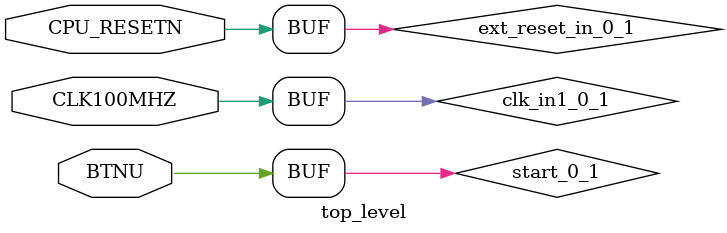
<source format=v>
`timescale 1 ps / 1 ps

module config_param_imp_9OME8
   (frame_size,
    packet_size,
    pp_group);
  output [31:0]frame_size;
  output [15:0]packet_size;
  output [7:0]pp_group;

  wire [15:0]xlconstant_0_dout;
  wire [7:0]xlconstant_1_dout;
  wire [31:0]xlconstant_2_dout;

  assign frame_size[31:0] = xlconstant_2_dout;
  assign packet_size[15:0] = xlconstant_0_dout;
  assign pp_group[7:0] = xlconstant_1_dout;
  top_level_xlconstant_2_0 FRAME_SIZE
       (.dout(xlconstant_2_dout));
  top_level_xlconstant_0_0 PACKET_SIZE
       (.dout(xlconstant_0_dout));
  top_level_xlconstant_1_0 PP_GROUP
       (.dout(xlconstant_1_dout));
endmodule

module path0_imp_Z635H9
   (FRAME_SIZE1,
    PACKET_SIZE,
    S_AXIS_tdata,
    S_AXIS_tready,
    S_AXIS_tvalid,
    axis_in_tdata,
    axis_in_tready,
    axis_in_tvalid,
    axis_out_tdata,
    axis_out_tkeep,
    axis_out_tlast,
    axis_out_tready,
    axis_out_tvalid,
    clk,
    fsm_state,
    resetn);
  input [31:0]FRAME_SIZE1;
  input [15:0]PACKET_SIZE;
  input [127:0]S_AXIS_tdata;
  output S_AXIS_tready;
  input S_AXIS_tvalid;
  input [127:0]axis_in_tdata;
  output axis_in_tready;
  input axis_in_tvalid;
  output [127:0]axis_out_tdata;
  output [15:0]axis_out_tkeep;
  output axis_out_tlast;
  input axis_out_tready;
  output axis_out_tvalid;
  input clk;
  output [2:0]fsm_state;
  input resetn;

  wire [31:0]FRAME_SIZE1_1;
  wire [15:0]PACKET_SIZE_1;
  wire [127:0]axis_data_fifo_0_M_AXIS1_TDATA;
  wire axis_data_fifo_0_M_AXIS1_TREADY;
  wire axis_data_fifo_0_M_AXIS1_TVALID;
  wire [127:0]axis_data_fifo_0_M_AXIS_TDATA;
  wire [15:0]axis_data_fifo_0_M_AXIS_TKEEP;
  wire axis_data_fifo_0_M_AXIS_TLAST;
  wire axis_data_fifo_0_M_AXIS_TREADY;
  wire axis_data_fifo_0_M_AXIS_TVALID;
  wire clk_wiz_clk_100mhz;
  wire [127:0]data_switch_0_axis_out1_TDATA;
  wire data_switch_0_axis_out1_TREADY;
  wire data_switch_0_axis_out1_TVALID;
  wire [2:0]header_adder_0_fsm_state;
  wire [127:0]metadata_splitter_0_axis_out2_TDATA;
  wire metadata_splitter_0_axis_out2_TREADY;
  wire metadata_splitter_0_axis_out2_TVALID;
  wire [127:0]packet_counter_0_axis_out_TDATA;
  wire packet_counter_0_axis_out_TREADY;
  wire packet_counter_0_axis_out_TVALID;
  wire [128:0]packet_counter_0_packet_counter;
  wire proc_sys_reset_0_peripheral_aresetn;

  assign FRAME_SIZE1_1 = FRAME_SIZE1[31:0];
  assign PACKET_SIZE_1 = PACKET_SIZE[15:0];
  assign S_AXIS_tready = metadata_splitter_0_axis_out2_TREADY;
  assign axis_data_fifo_0_M_AXIS_TREADY = axis_out_tready;
  assign axis_in_tready = data_switch_0_axis_out1_TREADY;
  assign axis_out_tdata[127:0] = axis_data_fifo_0_M_AXIS_TDATA;
  assign axis_out_tkeep[15:0] = axis_data_fifo_0_M_AXIS_TKEEP;
  assign axis_out_tlast = axis_data_fifo_0_M_AXIS_TLAST;
  assign axis_out_tvalid = axis_data_fifo_0_M_AXIS_TVALID;
  assign clk_wiz_clk_100mhz = clk;
  assign data_switch_0_axis_out1_TDATA = axis_in_tdata[127:0];
  assign data_switch_0_axis_out1_TVALID = axis_in_tvalid;
  assign fsm_state[2:0] = header_adder_0_fsm_state;
  assign metadata_splitter_0_axis_out2_TDATA = S_AXIS_tdata[127:0];
  assign metadata_splitter_0_axis_out2_TVALID = S_AXIS_tvalid;
  assign proc_sys_reset_0_peripheral_aresetn = resetn;
  top_level_axis_data_fifo_0_0 axis_data_fifo_0
       (.m_axis_tdata(axis_data_fifo_0_M_AXIS1_TDATA),
        .m_axis_tready(axis_data_fifo_0_M_AXIS1_TREADY),
        .m_axis_tvalid(axis_data_fifo_0_M_AXIS1_TVALID),
        .s_axis_aclk(clk_wiz_clk_100mhz),
        .s_axis_aresetn(proc_sys_reset_0_peripheral_aresetn),
        .s_axis_tdata(metadata_splitter_0_axis_out2_TDATA),
        .s_axis_tready(metadata_splitter_0_axis_out2_TREADY),
        .s_axis_tvalid(metadata_splitter_0_axis_out2_TVALID));
  top_level_header_adder_0_0 header_adder_0
       (.FRAME_SIZE(FRAME_SIZE1_1),
        .PACKET_SIZE(PACKET_SIZE_1),
        .axis_in_meta_tdata(axis_data_fifo_0_M_AXIS1_TDATA),
        .axis_in_meta_tready(axis_data_fifo_0_M_AXIS1_TREADY),
        .axis_in_meta_tvalid(axis_data_fifo_0_M_AXIS1_TVALID),
        .axis_in_tdata(packet_counter_0_axis_out_TDATA),
        .axis_in_tready(packet_counter_0_axis_out_TREADY),
        .axis_in_tvalid(packet_counter_0_axis_out_TVALID),
        .axis_out_tdata(axis_data_fifo_0_M_AXIS_TDATA),
        .axis_out_tkeep(axis_data_fifo_0_M_AXIS_TKEEP),
        .axis_out_tlast(axis_data_fifo_0_M_AXIS_TLAST),
        .axis_out_tready(axis_data_fifo_0_M_AXIS_TREADY),
        .axis_out_tvalid(axis_data_fifo_0_M_AXIS_TVALID),
        .clk(clk_wiz_clk_100mhz),
        .fsm_state(header_adder_0_fsm_state),
        .packet_counter(packet_counter_0_packet_counter),
        .resetn(proc_sys_reset_0_peripheral_aresetn));
  top_level_packet_counter_0_0 packet_counter_0
       (.axis_in_tdata(data_switch_0_axis_out1_TDATA),
        .axis_in_tready(data_switch_0_axis_out1_TREADY),
        .axis_in_tvalid(data_switch_0_axis_out1_TVALID),
        .axis_out_tdata(packet_counter_0_axis_out_TDATA),
        .axis_out_tready(packet_counter_0_axis_out_TREADY),
        .axis_out_tvalid(packet_counter_0_axis_out_TVALID),
        .clk(clk_wiz_clk_100mhz),
        .packet_counter(packet_counter_0_packet_counter),
        .resetn(proc_sys_reset_0_peripheral_aresetn));
endmodule

module path1_imp_148G30J
   (FRAME_SIZE,
    PACKET_SIZE,
    S_AXIS_tdata,
    S_AXIS_tready,
    S_AXIS_tvalid,
    axis_in_tdata,
    axis_in_tready,
    axis_in_tvalid,
    axis_out_tdata,
    axis_out_tkeep,
    axis_out_tlast,
    axis_out_tready,
    axis_out_tvalid,
    clk,
    fsm_state,
    resetn);
  input [31:0]FRAME_SIZE;
  input [15:0]PACKET_SIZE;
  input [127:0]S_AXIS_tdata;
  output S_AXIS_tready;
  input S_AXIS_tvalid;
  input [127:0]axis_in_tdata;
  output axis_in_tready;
  input axis_in_tvalid;
  output [127:0]axis_out_tdata;
  output [15:0]axis_out_tkeep;
  output axis_out_tlast;
  input axis_out_tready;
  output axis_out_tvalid;
  input clk;
  output [2:0]fsm_state;
  input resetn;

  wire [31:0]FRAME_SIZE_1;
  wire [15:0]PACKET_SIZE_1;
  wire [127:0]axis_data_fifo_1_M_AXIS_TDATA;
  wire axis_data_fifo_1_M_AXIS_TREADY;
  wire axis_data_fifo_1_M_AXIS_TVALID;
  wire clk_wiz_clk_100mhz;
  wire [127:0]data_switch_0_axis_out2_TDATA;
  wire data_switch_0_axis_out2_TREADY;
  wire data_switch_0_axis_out2_TVALID;
  wire [2:0]header_adder_1_fsm_state;
  wire [127:0]metadata_splitter_0_axis_out1_TDATA;
  wire [15:0]metadata_splitter_0_axis_out1_TKEEP;
  wire metadata_splitter_0_axis_out1_TLAST;
  wire metadata_splitter_0_axis_out1_TREADY;
  wire metadata_splitter_0_axis_out1_TVALID;
  wire [127:0]metadata_splitter_0_axis_out3_TDATA;
  wire metadata_splitter_0_axis_out3_TREADY;
  wire metadata_splitter_0_axis_out3_TVALID;
  wire [127:0]packet_counter_1_axis_out_TDATA;
  wire packet_counter_1_axis_out_TREADY;
  wire packet_counter_1_axis_out_TVALID;
  wire [128:0]packet_counter_1_packet_counter;
  wire proc_sys_reset_0_peripheral_aresetn;

  assign FRAME_SIZE_1 = FRAME_SIZE[31:0];
  assign PACKET_SIZE_1 = PACKET_SIZE[15:0];
  assign S_AXIS_tready = metadata_splitter_0_axis_out3_TREADY;
  assign axis_in_tready = data_switch_0_axis_out2_TREADY;
  assign axis_out_tdata[127:0] = metadata_splitter_0_axis_out1_TDATA;
  assign axis_out_tkeep[15:0] = metadata_splitter_0_axis_out1_TKEEP;
  assign axis_out_tlast = metadata_splitter_0_axis_out1_TLAST;
  assign axis_out_tvalid = metadata_splitter_0_axis_out1_TVALID;
  assign clk_wiz_clk_100mhz = clk;
  assign data_switch_0_axis_out2_TDATA = axis_in_tdata[127:0];
  assign data_switch_0_axis_out2_TVALID = axis_in_tvalid;
  assign fsm_state[2:0] = header_adder_1_fsm_state;
  assign metadata_splitter_0_axis_out1_TREADY = axis_out_tready;
  assign metadata_splitter_0_axis_out3_TDATA = S_AXIS_tdata[127:0];
  assign metadata_splitter_0_axis_out3_TVALID = S_AXIS_tvalid;
  assign proc_sys_reset_0_peripheral_aresetn = resetn;
  top_level_axis_data_fifo_1_0 axis_data_fifo_1
       (.m_axis_tdata(axis_data_fifo_1_M_AXIS_TDATA),
        .m_axis_tready(axis_data_fifo_1_M_AXIS_TREADY),
        .m_axis_tvalid(axis_data_fifo_1_M_AXIS_TVALID),
        .s_axis_aclk(clk_wiz_clk_100mhz),
        .s_axis_aresetn(proc_sys_reset_0_peripheral_aresetn),
        .s_axis_tdata(metadata_splitter_0_axis_out3_TDATA),
        .s_axis_tready(metadata_splitter_0_axis_out3_TREADY),
        .s_axis_tvalid(metadata_splitter_0_axis_out3_TVALID));
  top_level_header_adder_1_0 header_adder_1
       (.FRAME_SIZE(FRAME_SIZE_1),
        .PACKET_SIZE(PACKET_SIZE_1),
        .axis_in_meta_tdata(axis_data_fifo_1_M_AXIS_TDATA),
        .axis_in_meta_tready(axis_data_fifo_1_M_AXIS_TREADY),
        .axis_in_meta_tvalid(axis_data_fifo_1_M_AXIS_TVALID),
        .axis_in_tdata(packet_counter_1_axis_out_TDATA),
        .axis_in_tready(packet_counter_1_axis_out_TREADY),
        .axis_in_tvalid(packet_counter_1_axis_out_TVALID),
        .axis_out_tdata(metadata_splitter_0_axis_out1_TDATA),
        .axis_out_tkeep(metadata_splitter_0_axis_out1_TKEEP),
        .axis_out_tlast(metadata_splitter_0_axis_out1_TLAST),
        .axis_out_tready(metadata_splitter_0_axis_out1_TREADY),
        .axis_out_tvalid(metadata_splitter_0_axis_out1_TVALID),
        .clk(clk_wiz_clk_100mhz),
        .fsm_state(header_adder_1_fsm_state),
        .packet_counter(packet_counter_1_packet_counter),
        .resetn(proc_sys_reset_0_peripheral_aresetn));
  top_level_packet_counter_1_0 packet_counter_1
       (.axis_in_tdata(data_switch_0_axis_out2_TDATA),
        .axis_in_tready(data_switch_0_axis_out2_TREADY),
        .axis_in_tvalid(data_switch_0_axis_out2_TVALID),
        .axis_out_tdata(packet_counter_1_axis_out_TDATA),
        .axis_out_tready(packet_counter_1_axis_out_TREADY),
        .axis_out_tvalid(packet_counter_1_axis_out_TVALID),
        .clk(clk_wiz_clk_100mhz),
        .packet_counter(packet_counter_1_packet_counter),
        .resetn(proc_sys_reset_0_peripheral_aresetn));
endmodule

module source_100mhz_imp_MSWE0P
   (CLK100MHZ,
    CPU_RESETN,
    clk_100mhz,
    peripheral_aresetn);
  input CLK100MHZ;
  input CPU_RESETN;
  output clk_100mhz;
  output [0:0]peripheral_aresetn;

  wire clk_in1_0_1;
  wire clk_wiz_clk_100mhz;
  wire ext_reset_in_0_1;
  wire [0:0]proc_sys_reset_0_peripheral_aresetn;

  assign clk_100mhz = clk_wiz_clk_100mhz;
  assign clk_in1_0_1 = CLK100MHZ;
  assign ext_reset_in_0_1 = CPU_RESETN;
  assign peripheral_aresetn[0] = proc_sys_reset_0_peripheral_aresetn;
  top_level_clk_wiz_0_0 clk_wiz
       (.clk_100mhz(clk_wiz_clk_100mhz),
        .clk_in1(clk_in1_0_1));
  top_level_proc_sys_reset_0_0 proc_sys_reset_0
       (.aux_reset_in(1'b1),
        .dcm_locked(1'b1),
        .ext_reset_in(ext_reset_in_0_1),
        .mb_debug_sys_rst(1'b0),
        .peripheral_aresetn(proc_sys_reset_0_peripheral_aresetn),
        .slowest_sync_clk(clk_wiz_clk_100mhz));
endmodule

(* CORE_GENERATION_INFO = "top_level,IP_Integrator,{x_ipVendor=xilinx.com,x_ipLibrary=BlockDiagram,x_ipName=top_level,x_ipVersion=1.00.a,x_ipLanguage=VERILOG,numBlks=21,numReposBlks=17,numNonXlnxBlks=0,numHierBlks=4,maxHierDepth=1,numSysgenBlks=0,numHlsBlks=0,numHdlrefBlks=9,numPkgbdBlks=0,bdsource=USER,synth_mode=OOC_per_IP}" *) (* HW_HANDOFF = "top_level.hwdef" *) 
module top_level
   (BTNU,
    CLK100MHZ,
    CPU_RESETN);
  input BTNU;
  (* X_INTERFACE_INFO = "xilinx.com:signal:clock:1.0 CLK.CLK100MHZ CLK" *) (* X_INTERFACE_PARAMETER = "XIL_INTERFACENAME CLK.CLK100MHZ, CLK_DOMAIN top_level_clk_in1_0, FREQ_HZ 100000000, FREQ_TOLERANCE_HZ 0, INSERT_VIP 0, PHASE 0.0" *) input CLK100MHZ;
  (* X_INTERFACE_INFO = "xilinx.com:signal:reset:1.0 RST.CPU_RESETN RST" *) (* X_INTERFACE_PARAMETER = "XIL_INTERFACENAME RST.CPU_RESETN, INSERT_VIP 0, POLARITY ACTIVE_LOW" *) input CPU_RESETN;

  (* CONN_BUS_INFO = "axis_data_fifo_0_M_AXIS xilinx.com:interface:axis:1.0 None TDATA" *) (* DONT_TOUCH *) wire [127:0]axis_data_fifo_0_M_AXIS_TDATA;
  (* CONN_BUS_INFO = "axis_data_fifo_0_M_AXIS xilinx.com:interface:axis:1.0 None TKEEP" *) (* DONT_TOUCH *) wire [15:0]axis_data_fifo_0_M_AXIS_TKEEP;
  (* CONN_BUS_INFO = "axis_data_fifo_0_M_AXIS xilinx.com:interface:axis:1.0 None TLAST" *) (* DONT_TOUCH *) wire axis_data_fifo_0_M_AXIS_TLAST;
  (* CONN_BUS_INFO = "axis_data_fifo_0_M_AXIS xilinx.com:interface:axis:1.0 None TREADY" *) (* DONT_TOUCH *) wire axis_data_fifo_0_M_AXIS_TREADY;
  (* CONN_BUS_INFO = "axis_data_fifo_0_M_AXIS xilinx.com:interface:axis:1.0 None TVALID" *) (* DONT_TOUCH *) wire axis_data_fifo_0_M_AXIS_TVALID;
  wire clk_in1_0_1;
  wire clk_wiz_clk_100mhz;
  wire [127:0]data_switch_0_axis_out1_TDATA;
  wire data_switch_0_axis_out1_TREADY;
  wire data_switch_0_axis_out1_TVALID;
  wire [127:0]data_switch_0_axis_out2_TDATA;
  wire data_switch_0_axis_out2_TREADY;
  wire data_switch_0_axis_out2_TVALID;
  wire ext_reset_in_0_1;
  wire [2:0]header_adder_0_fsm_state;
  wire [2:0]header_adder_1_fsm_state;
  wire [127:0]meta_data_0_axis_out_TDATA;
  wire meta_data_0_axis_out_TREADY;
  wire meta_data_0_axis_out_TVALID;
  (* CONN_BUS_INFO = "metadata_splitter_0_axis_out1 xilinx.com:interface:axis:1.0 None TDATA" *) (* DONT_TOUCH *) wire [127:0]metadata_splitter_0_axis_out1_TDATA;
  (* CONN_BUS_INFO = "metadata_splitter_0_axis_out1 xilinx.com:interface:axis:1.0 None TKEEP" *) (* DONT_TOUCH *) wire [15:0]metadata_splitter_0_axis_out1_TKEEP;
  (* CONN_BUS_INFO = "metadata_splitter_0_axis_out1 xilinx.com:interface:axis:1.0 None TLAST" *) (* DONT_TOUCH *) wire metadata_splitter_0_axis_out1_TLAST;
  (* CONN_BUS_INFO = "metadata_splitter_0_axis_out1 xilinx.com:interface:axis:1.0 None TREADY" *) (* DONT_TOUCH *) wire metadata_splitter_0_axis_out1_TREADY;
  (* CONN_BUS_INFO = "metadata_splitter_0_axis_out1 xilinx.com:interface:axis:1.0 None TVALID" *) (* DONT_TOUCH *) wire metadata_splitter_0_axis_out1_TVALID;
  wire [127:0]metadata_splitter_0_axis_out2_TDATA;
  wire metadata_splitter_0_axis_out2_TREADY;
  wire metadata_splitter_0_axis_out2_TVALID;
  wire [127:0]metadata_splitter_0_axis_out3_TDATA;
  wire metadata_splitter_0_axis_out3_TREADY;
  wire metadata_splitter_0_axis_out3_TVALID;
  wire [127:0]packet_gen_0_axis_out_TDATA;
  wire packet_gen_0_axis_out_TREADY;
  wire packet_gen_0_axis_out_TVALID;
  wire [0:0]proc_sys_reset_0_peripheral_aresetn;
  wire start_0_1;
  wire [15:0]xlconstant_0_dout;
  wire [7:0]xlconstant_1_dout;
  wire [31:0]xlconstant_2_dout;

  assign clk_in1_0_1 = CLK100MHZ;
  assign ext_reset_in_0_1 = CPU_RESETN;
  assign start_0_1 = BTNU;
  config_param_imp_9OME8 config_param
       (.frame_size(xlconstant_2_dout),
        .packet_size(xlconstant_0_dout),
        .pp_group(xlconstant_1_dout));
  top_level_data_consumer_0_0 data_consumer
       (.axis_rx1_tdata(axis_data_fifo_0_M_AXIS_TDATA),
        .axis_rx1_tkeep(axis_data_fifo_0_M_AXIS_TKEEP),
        .axis_rx1_tlast(axis_data_fifo_0_M_AXIS_TLAST),
        .axis_rx1_tready(axis_data_fifo_0_M_AXIS_TREADY),
        .axis_rx1_tvalid(axis_data_fifo_0_M_AXIS_TVALID),
        .axis_rx2_tdata(metadata_splitter_0_axis_out1_TDATA),
        .axis_rx2_tkeep(metadata_splitter_0_axis_out1_TKEEP),
        .axis_rx2_tlast(metadata_splitter_0_axis_out1_TLAST),
        .axis_rx2_tready(metadata_splitter_0_axis_out1_TREADY),
        .axis_rx2_tvalid(metadata_splitter_0_axis_out1_TVALID),
        .clk(clk_wiz_clk_100mhz),
        .resetn(proc_sys_reset_0_peripheral_aresetn));
  top_level_data_switch_0_0 data_switch
       (.PACKET_SIZE(xlconstant_0_dout),
        .PP_GROUP(xlconstant_1_dout),
        .axis_in_tdata(packet_gen_0_axis_out_TDATA),
        .axis_in_tready(packet_gen_0_axis_out_TREADY),
        .axis_in_tvalid(packet_gen_0_axis_out_TVALID),
        .axis_out1_tdata(data_switch_0_axis_out1_TDATA),
        .axis_out1_tready(data_switch_0_axis_out1_TREADY),
        .axis_out1_tvalid(data_switch_0_axis_out1_TVALID),
        .axis_out2_tdata(data_switch_0_axis_out2_TDATA),
        .axis_out2_tready(data_switch_0_axis_out2_TREADY),
        .axis_out2_tvalid(data_switch_0_axis_out2_TVALID),
        .clk(clk_wiz_clk_100mhz),
        .resetn(proc_sys_reset_0_peripheral_aresetn));
  top_level_meta_data_0_0 meta_data
       (.axis_out_tdata(meta_data_0_axis_out_TDATA),
        .axis_out_tready(meta_data_0_axis_out_TREADY),
        .axis_out_tvalid(meta_data_0_axis_out_TVALID),
        .clk(clk_wiz_clk_100mhz),
        .resetn(proc_sys_reset_0_peripheral_aresetn));
  top_level_metadata_splitter_0_1 metadata_splitter
       (.axis_in_tdata(meta_data_0_axis_out_TDATA),
        .axis_in_tready(meta_data_0_axis_out_TREADY),
        .axis_in_tvalid(meta_data_0_axis_out_TVALID),
        .axis_out1_tdata(metadata_splitter_0_axis_out2_TDATA),
        .axis_out1_tready(metadata_splitter_0_axis_out2_TREADY),
        .axis_out1_tvalid(metadata_splitter_0_axis_out2_TVALID),
        .axis_out2_tdata(metadata_splitter_0_axis_out3_TDATA),
        .axis_out2_tready(metadata_splitter_0_axis_out3_TREADY),
        .axis_out2_tvalid(metadata_splitter_0_axis_out3_TVALID),
        .clk(clk_wiz_clk_100mhz),
        .resetn(proc_sys_reset_0_peripheral_aresetn));
  top_level_packet_gen_0_0 packet_gen
       (.axis_out_tdata(packet_gen_0_axis_out_TDATA),
        .axis_out_tready(packet_gen_0_axis_out_TREADY),
        .axis_out_tvalid(packet_gen_0_axis_out_TVALID),
        .clk(clk_wiz_clk_100mhz),
        .resetn(proc_sys_reset_0_peripheral_aresetn),
        .start(start_0_1));
  path0_imp_Z635H9 path0
       (.FRAME_SIZE1(xlconstant_2_dout),
        .PACKET_SIZE(xlconstant_0_dout),
        .S_AXIS_tdata(metadata_splitter_0_axis_out2_TDATA),
        .S_AXIS_tready(metadata_splitter_0_axis_out2_TREADY),
        .S_AXIS_tvalid(metadata_splitter_0_axis_out2_TVALID),
        .axis_in_tdata(data_switch_0_axis_out1_TDATA),
        .axis_in_tready(data_switch_0_axis_out1_TREADY),
        .axis_in_tvalid(data_switch_0_axis_out1_TVALID),
        .axis_out_tdata(axis_data_fifo_0_M_AXIS_TDATA),
        .axis_out_tkeep(axis_data_fifo_0_M_AXIS_TKEEP),
        .axis_out_tlast(axis_data_fifo_0_M_AXIS_TLAST),
        .axis_out_tready(axis_data_fifo_0_M_AXIS_TREADY),
        .axis_out_tvalid(axis_data_fifo_0_M_AXIS_TVALID),
        .clk(clk_wiz_clk_100mhz),
        .fsm_state(header_adder_0_fsm_state),
        .resetn(proc_sys_reset_0_peripheral_aresetn));
  path1_imp_148G30J path1
       (.FRAME_SIZE(xlconstant_2_dout),
        .PACKET_SIZE(xlconstant_0_dout),
        .S_AXIS_tdata(metadata_splitter_0_axis_out3_TDATA),
        .S_AXIS_tready(metadata_splitter_0_axis_out3_TREADY),
        .S_AXIS_tvalid(metadata_splitter_0_axis_out3_TVALID),
        .axis_in_tdata(data_switch_0_axis_out2_TDATA),
        .axis_in_tready(data_switch_0_axis_out2_TREADY),
        .axis_in_tvalid(data_switch_0_axis_out2_TVALID),
        .axis_out_tdata(metadata_splitter_0_axis_out1_TDATA),
        .axis_out_tkeep(metadata_splitter_0_axis_out1_TKEEP),
        .axis_out_tlast(metadata_splitter_0_axis_out1_TLAST),
        .axis_out_tready(metadata_splitter_0_axis_out1_TREADY),
        .axis_out_tvalid(metadata_splitter_0_axis_out1_TVALID),
        .clk(clk_wiz_clk_100mhz),
        .fsm_state(header_adder_1_fsm_state),
        .resetn(proc_sys_reset_0_peripheral_aresetn));
  source_100mhz_imp_MSWE0P source_100mhz
       (.CLK100MHZ(clk_in1_0_1),
        .CPU_RESETN(ext_reset_in_0_1),
        .clk_100mhz(clk_wiz_clk_100mhz),
        .peripheral_aresetn(proc_sys_reset_0_peripheral_aresetn));
  top_level_system_ila_0_2 system_ila
       (.SLOT_0_AXIS_tdata(axis_data_fifo_0_M_AXIS_TDATA),
        .SLOT_0_AXIS_tkeep(axis_data_fifo_0_M_AXIS_TKEEP),
        .SLOT_0_AXIS_tlast(axis_data_fifo_0_M_AXIS_TLAST),
        .SLOT_0_AXIS_tready(axis_data_fifo_0_M_AXIS_TREADY),
        .SLOT_0_AXIS_tvalid(axis_data_fifo_0_M_AXIS_TVALID),
        .SLOT_1_AXIS_tdata(metadata_splitter_0_axis_out1_TDATA),
        .SLOT_1_AXIS_tkeep(metadata_splitter_0_axis_out1_TKEEP),
        .SLOT_1_AXIS_tlast(metadata_splitter_0_axis_out1_TLAST),
        .SLOT_1_AXIS_tready(metadata_splitter_0_axis_out1_TREADY),
        .SLOT_1_AXIS_tvalid(metadata_splitter_0_axis_out1_TVALID),
        .clk(clk_wiz_clk_100mhz),
        .probe0(header_adder_0_fsm_state),
        .probe1(header_adder_1_fsm_state),
        .resetn(1'b1));
endmodule

</source>
